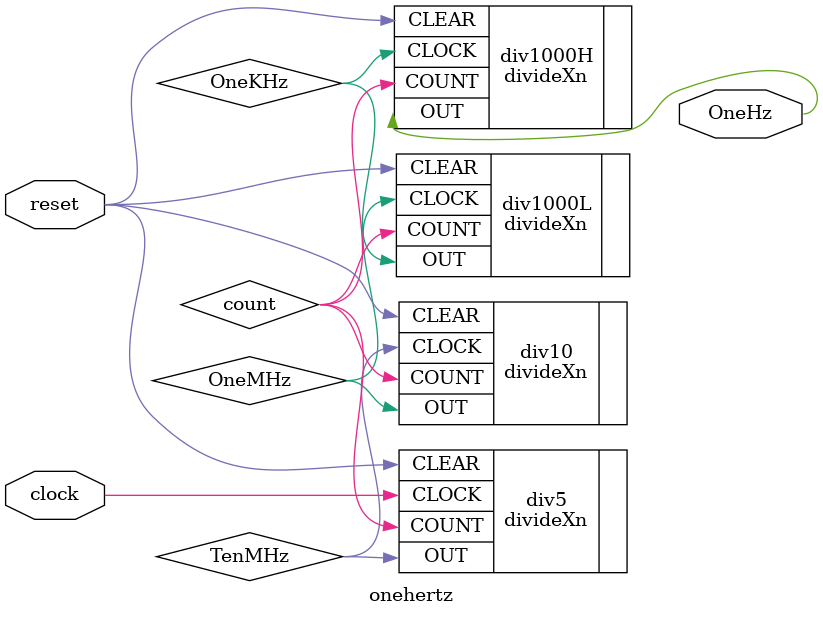
<source format=v>
module onehertz //top module
(
input clock, reset,
output OneHz
);
wire TenMHz, OneMHz, OneKHz;
//instantiations
divideXn #(3'd5, 3'd3) div5 //module divideXn needs to be included only once in the project directory since it’s parameterized
(
.CLOCK(clock) , // input 50MHz clock
.CLEAR(reset) , // input reset
.OUT(TenMHz) , // output 10-MHz clock
.COUNT(count) // output [3:0] count bits
);
divideXn #(4'd10, 4'd4) div10
(
.CLOCK(TenMHz) , // input 10MHz clock
.CLEAR(reset) , // input reset
.OUT(OneMHz) , // output 1-MHz clock
.COUNT(count) // output [3:0] count bits
);
divideXn #(10'd1000, 4'd10) div1000L
(
.CLOCK(OneMHz) , // input 1-MHz clock
.CLEAR(reset) , // input reset
.OUT(OneKHz) , // output 1-KHz clock
.COUNT(count) // output [3:0] count bits
);
divideXn #(10'd1000, 4'd10) div1000H
(
.CLOCK(OneKHz) , // input 1-KHz clock
.CLEAR(reset) , // input reset
.OUT(OneHz) , // output 1-Hz clock
.COUNT(count) // output [3:0] count bits
);
endmodule
</source>
